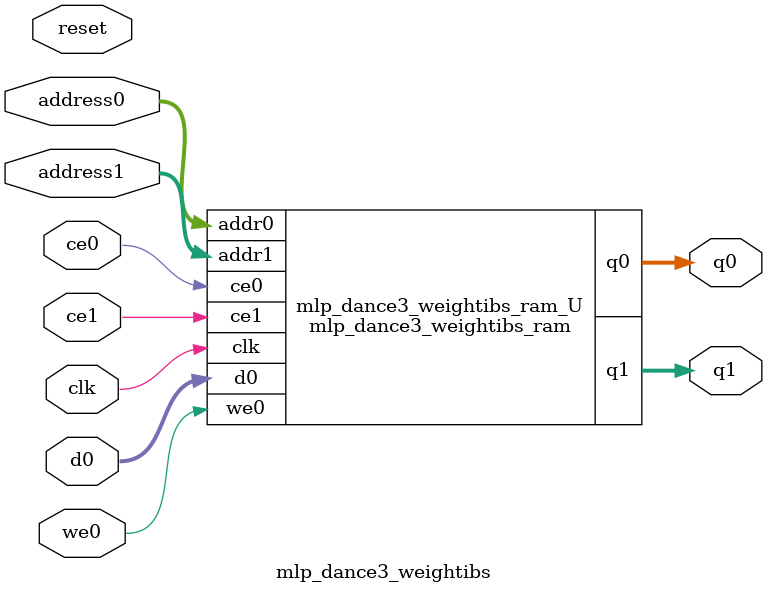
<source format=v>
`timescale 1 ns / 1 ps
module mlp_dance3_weightibs_ram (addr0, ce0, d0, we0, q0, addr1, ce1, q1,  clk);

parameter DWIDTH = 32;
parameter AWIDTH = 12;
parameter MEM_SIZE = 4096;

input[AWIDTH-1:0] addr0;
input ce0;
input[DWIDTH-1:0] d0;
input we0;
output reg[DWIDTH-1:0] q0;
input[AWIDTH-1:0] addr1;
input ce1;
output reg[DWIDTH-1:0] q1;
input clk;

(* ram_style = "block" *)reg [DWIDTH-1:0] ram[0:MEM_SIZE-1];




always @(posedge clk)  
begin 
    if (ce0) begin
        if (we0) 
            ram[addr0] <= d0; 
        q0 <= ram[addr0];
    end
end


always @(posedge clk)  
begin 
    if (ce1) begin
        q1 <= ram[addr1];
    end
end


endmodule

`timescale 1 ns / 1 ps
module mlp_dance3_weightibs(
    reset,
    clk,
    address0,
    ce0,
    we0,
    d0,
    q0,
    address1,
    ce1,
    q1);

parameter DataWidth = 32'd32;
parameter AddressRange = 32'd4096;
parameter AddressWidth = 32'd12;
input reset;
input clk;
input[AddressWidth - 1:0] address0;
input ce0;
input we0;
input[DataWidth - 1:0] d0;
output[DataWidth - 1:0] q0;
input[AddressWidth - 1:0] address1;
input ce1;
output[DataWidth - 1:0] q1;



mlp_dance3_weightibs_ram mlp_dance3_weightibs_ram_U(
    .clk( clk ),
    .addr0( address0 ),
    .ce0( ce0 ),
    .we0( we0 ),
    .d0( d0 ),
    .q0( q0 ),
    .addr1( address1 ),
    .ce1( ce1 ),
    .q1( q1 ));

endmodule


</source>
